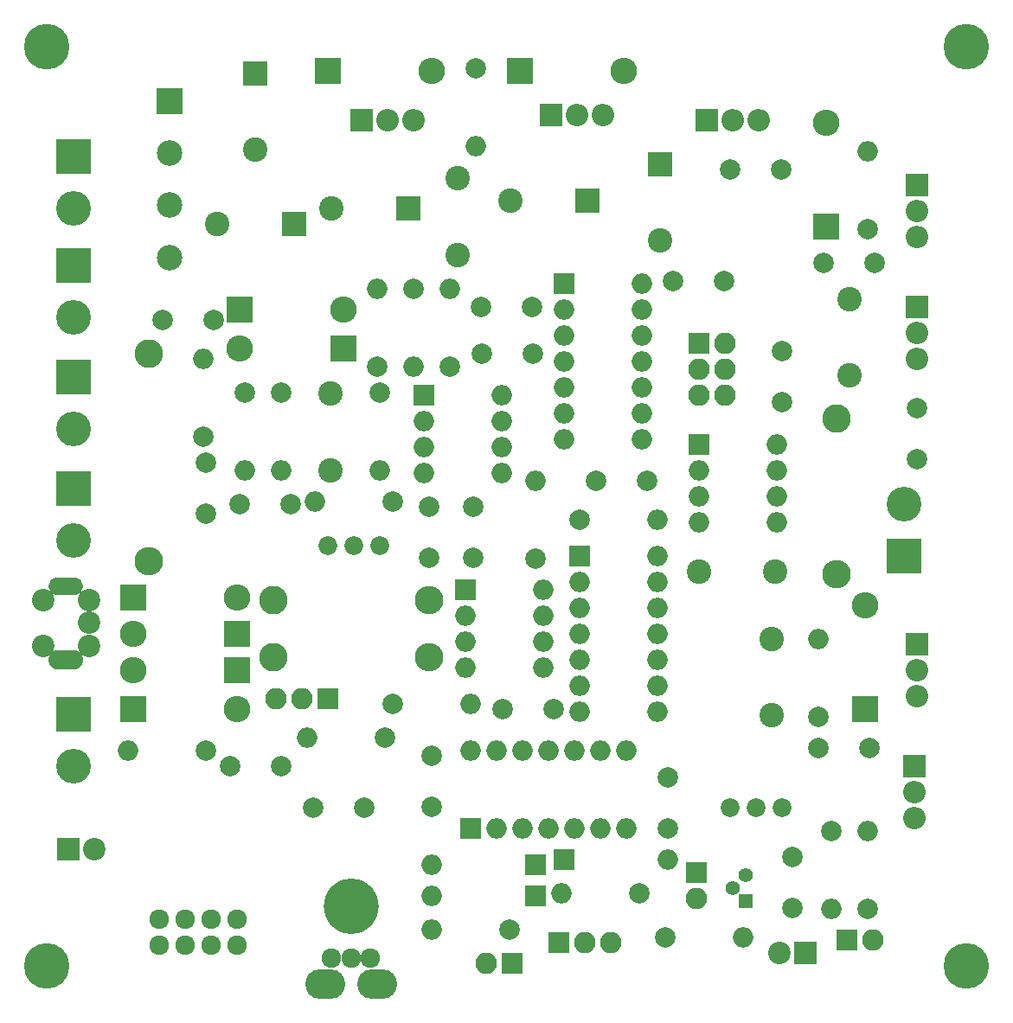
<source format=gbr>
G04 #@! TF.FileFunction,Soldermask,Bot*
%FSLAX46Y46*%
G04 Gerber Fmt 4.6, Leading zero omitted, Abs format (unit mm)*
G04 Created by KiCad (PCBNEW 4.0.7) date 04/20/18 10:23:05*
%MOMM*%
%LPD*%
G01*
G04 APERTURE LIST*
%ADD10C,0.100000*%
%ADD11O,3.900000X2.900000*%
%ADD12C,1.924000*%
%ADD13O,5.400000X5.400000*%
%ADD14C,2.000000*%
%ADD15O,2.000000X2.000000*%
%ADD16R,2.000000X2.000000*%
%ADD17C,2.400000*%
%ADD18C,1.840000*%
%ADD19R,2.400000X2.400000*%
%ADD20R,2.200000X2.200000*%
%ADD21C,2.200000*%
%ADD22R,3.400000X3.400000*%
%ADD23C,3.400000*%
%ADD24O,2.200000X2.200000*%
%ADD25R,2.500000X2.500000*%
%ADD26C,2.500000*%
%ADD27R,2.600000X2.600000*%
%ADD28O,2.600000X2.600000*%
%ADD29C,2.800000*%
%ADD30O,2.800000X2.800000*%
%ADD31R,2.100000X2.100000*%
%ADD32O,2.100000X2.100000*%
%ADD33C,1.400000*%
%ADD34R,1.400000X1.400000*%
%ADD35C,4.464000*%
%ADD36O,3.400000X1.700000*%
%ADD37O,3.400000X1.900000*%
G04 APERTURE END LIST*
D10*
D11*
X82296000Y-141732000D03*
D12*
X77856000Y-139192000D03*
X79756000Y-139192000D03*
X81656000Y-139192000D03*
D11*
X77216000Y-141732000D03*
D13*
X79756000Y-134112000D03*
D14*
X83058000Y-117602000D03*
D15*
X75438000Y-117602000D03*
D16*
X86868000Y-84074000D03*
D15*
X94488000Y-91694000D03*
X86868000Y-86614000D03*
X94488000Y-89154000D03*
X86868000Y-89154000D03*
X94488000Y-86614000D03*
X86868000Y-91694000D03*
X94488000Y-84074000D03*
D14*
X102108000Y-96266000D03*
D15*
X109728000Y-96266000D03*
D12*
X68580000Y-135382000D03*
X66040000Y-135382000D03*
X63500000Y-135382000D03*
X60960000Y-135382000D03*
X60960000Y-137922000D03*
X63500000Y-137922000D03*
X66040000Y-137922000D03*
X68580000Y-137922000D03*
D14*
X125476000Y-118618000D03*
X130476000Y-118618000D03*
D17*
X120904000Y-107950000D03*
X120904000Y-115450000D03*
D18*
X121920000Y-124460000D03*
X119380000Y-124460000D03*
X116840000Y-124460000D03*
D16*
X113792000Y-88900000D03*
D15*
X121412000Y-96520000D03*
X113792000Y-91440000D03*
X121412000Y-93980000D03*
X113792000Y-93980000D03*
X121412000Y-91440000D03*
X113792000Y-96520000D03*
X121412000Y-88900000D03*
D19*
X70358000Y-52578000D03*
D17*
X70358000Y-60078000D03*
D19*
X85344000Y-65786000D03*
D17*
X77844000Y-65786000D03*
D19*
X74168000Y-67310000D03*
D17*
X66668000Y-67310000D03*
D19*
X102870000Y-65024000D03*
D17*
X95370000Y-65024000D03*
D19*
X109982000Y-61468000D03*
D17*
X109982000Y-68968000D03*
D20*
X52070000Y-128524000D03*
D21*
X54610000Y-128524000D03*
D22*
X52578000Y-71374000D03*
D23*
X52578000Y-76454000D03*
D22*
X52578000Y-60706000D03*
D23*
X52578000Y-65786000D03*
D14*
X91948000Y-52070000D03*
D15*
X91948000Y-59690000D03*
D14*
X65532000Y-118872000D03*
D15*
X57912000Y-118872000D03*
D20*
X80772000Y-57150000D03*
D24*
X83312000Y-57150000D03*
X85852000Y-57150000D03*
D20*
X99314000Y-56642000D03*
D24*
X101854000Y-56642000D03*
X104394000Y-56642000D03*
D20*
X114554000Y-57150000D03*
D24*
X117094000Y-57150000D03*
X119634000Y-57150000D03*
D25*
X61976000Y-55312000D03*
D26*
X61976000Y-60412000D03*
X61976000Y-70612000D03*
X61976000Y-65512000D03*
D22*
X52578000Y-82296000D03*
D23*
X52578000Y-87376000D03*
D22*
X52578000Y-93218000D03*
D23*
X52578000Y-98298000D03*
D14*
X65278000Y-88138000D03*
D15*
X65278000Y-80518000D03*
D14*
X82296000Y-81280000D03*
D15*
X82296000Y-73660000D03*
D14*
X72898000Y-83820000D03*
D15*
X72898000Y-91440000D03*
D14*
X85852000Y-73660000D03*
D15*
X85852000Y-81280000D03*
D14*
X82550000Y-83820000D03*
D15*
X82550000Y-91440000D03*
D14*
X89408000Y-81280000D03*
D15*
X89408000Y-73660000D03*
D14*
X69342000Y-83820000D03*
D15*
X69342000Y-91440000D03*
D16*
X100584000Y-73152000D03*
D15*
X108204000Y-88392000D03*
X100584000Y-75692000D03*
X108204000Y-85852000D03*
X100584000Y-78232000D03*
X108204000Y-83312000D03*
X100584000Y-80772000D03*
X108204000Y-80772000D03*
X100584000Y-83312000D03*
X108204000Y-78232000D03*
X100584000Y-85852000D03*
X108204000Y-75692000D03*
X100584000Y-88392000D03*
X108204000Y-73152000D03*
D22*
X52578000Y-115316000D03*
D23*
X52578000Y-120396000D03*
D27*
X68580000Y-110998000D03*
D28*
X58420000Y-110998000D03*
D27*
X58420000Y-114808000D03*
D28*
X68580000Y-114808000D03*
D27*
X68580000Y-107442000D03*
D28*
X58420000Y-107442000D03*
D27*
X58420000Y-103886000D03*
D28*
X68580000Y-103886000D03*
D29*
X72136000Y-104140000D03*
D30*
X87376000Y-104140000D03*
D29*
X72136000Y-109728000D03*
D30*
X87376000Y-109728000D03*
D14*
X83820000Y-94488000D03*
D15*
X76200000Y-94488000D03*
D18*
X77470000Y-98806000D03*
X80010000Y-98806000D03*
X82550000Y-98806000D03*
D16*
X90932000Y-103124000D03*
D15*
X98552000Y-110744000D03*
X90932000Y-105664000D03*
X98552000Y-108204000D03*
X90932000Y-108204000D03*
X98552000Y-105664000D03*
X90932000Y-110744000D03*
X98552000Y-103124000D03*
D27*
X68834000Y-75692000D03*
D28*
X78994000Y-75692000D03*
D27*
X78994000Y-79502000D03*
D28*
X68834000Y-79502000D03*
D14*
X95250000Y-136398000D03*
D15*
X87630000Y-136398000D03*
D14*
X116840000Y-61976000D03*
X121840000Y-61976000D03*
X66294000Y-76708000D03*
X61294000Y-76708000D03*
X97536000Y-80010000D03*
X92536000Y-80010000D03*
X72898000Y-120396000D03*
X67898000Y-120396000D03*
X81026000Y-124460000D03*
X76026000Y-124460000D03*
X91694000Y-94996000D03*
X91694000Y-99996000D03*
X87376000Y-94996000D03*
X87376000Y-99996000D03*
X68834000Y-94742000D03*
X73834000Y-94742000D03*
X65532000Y-90678000D03*
X65532000Y-95678000D03*
D17*
X77724000Y-91440000D03*
X77724000Y-83940000D03*
D14*
X92456000Y-75438000D03*
X97456000Y-75438000D03*
D31*
X113792000Y-78994000D03*
D32*
X116332000Y-78994000D03*
X113792000Y-81534000D03*
X116332000Y-81534000D03*
X113792000Y-84074000D03*
X116332000Y-84074000D03*
D14*
X97790000Y-100076000D03*
D15*
X97790000Y-92456000D03*
D14*
X111252000Y-72898000D03*
X116252000Y-72898000D03*
X108712000Y-92456000D03*
X103712000Y-92456000D03*
D16*
X102108000Y-99822000D03*
D15*
X109728000Y-115062000D03*
X102108000Y-102362000D03*
X109728000Y-112522000D03*
X102108000Y-104902000D03*
X109728000Y-109982000D03*
X102108000Y-107442000D03*
X109728000Y-107442000D03*
X102108000Y-109982000D03*
X109728000Y-104902000D03*
X102108000Y-112522000D03*
X109728000Y-102362000D03*
X102108000Y-115062000D03*
X109728000Y-99822000D03*
D14*
X99568000Y-114808000D03*
X94568000Y-114808000D03*
X83820000Y-114300000D03*
D15*
X91440000Y-114300000D03*
D14*
X87630000Y-119380000D03*
X87630000Y-124380000D03*
D16*
X97790000Y-133096000D03*
D15*
X87630000Y-133096000D03*
D16*
X100584000Y-129540000D03*
D15*
X110744000Y-129540000D03*
D16*
X97790000Y-130048000D03*
D15*
X87630000Y-130048000D03*
D14*
X107950000Y-132842000D03*
D15*
X100330000Y-132842000D03*
D16*
X91440000Y-126492000D03*
D15*
X106680000Y-118872000D03*
X93980000Y-126492000D03*
X104140000Y-118872000D03*
X96520000Y-126492000D03*
X101600000Y-118872000D03*
X99060000Y-126492000D03*
X99060000Y-118872000D03*
X101600000Y-126492000D03*
X96520000Y-118872000D03*
X104140000Y-126492000D03*
X93980000Y-118872000D03*
X106680000Y-126492000D03*
X91440000Y-118872000D03*
D14*
X110744000Y-126492000D03*
X110744000Y-121492000D03*
D31*
X113538000Y-130810000D03*
D32*
X113538000Y-133350000D03*
D17*
X90170000Y-70358000D03*
X90170000Y-62858000D03*
D14*
X125984000Y-71120000D03*
X130984000Y-71120000D03*
X130302000Y-67818000D03*
D15*
X130302000Y-60198000D03*
D14*
X125476000Y-115570000D03*
D15*
X125476000Y-107950000D03*
D22*
X133858000Y-99822000D03*
D23*
X133858000Y-94742000D03*
D29*
X127254000Y-86360000D03*
D30*
X127254000Y-101600000D03*
D14*
X122936000Y-129286000D03*
X122936000Y-134286000D03*
D33*
X117094000Y-132334000D03*
X118364000Y-131064000D03*
D34*
X118364000Y-133604000D03*
D14*
X121920000Y-79756000D03*
X121920000Y-84756000D03*
X130302000Y-134366000D03*
D15*
X130302000Y-126746000D03*
D14*
X126746000Y-126746000D03*
D15*
X126746000Y-134366000D03*
D35*
X50000000Y-50000000D03*
X140000000Y-50000000D03*
X140000000Y-140000000D03*
X50000000Y-140000000D03*
D20*
X135128000Y-63500000D03*
D24*
X135128000Y-66040000D03*
X135128000Y-68580000D03*
D20*
X135128000Y-75438000D03*
D24*
X135128000Y-77978000D03*
X135128000Y-80518000D03*
D20*
X135128000Y-108458000D03*
D24*
X135128000Y-110998000D03*
X135128000Y-113538000D03*
D20*
X134874000Y-120396000D03*
D24*
X134874000Y-122936000D03*
X134874000Y-125476000D03*
D17*
X128524000Y-74676000D03*
X128524000Y-82176000D03*
D14*
X135128000Y-85344000D03*
X135128000Y-90344000D03*
D17*
X113792000Y-101346000D03*
X121292000Y-101346000D03*
D21*
X54102000Y-104140000D03*
X54102000Y-106388000D03*
X54102000Y-108636000D03*
X49606000Y-104140000D03*
X49606000Y-108636000D03*
D36*
X51854000Y-102770000D03*
D37*
X51854000Y-110010000D03*
D20*
X124206000Y-138684000D03*
D21*
X121666000Y-138684000D03*
D14*
X110490000Y-137160000D03*
D15*
X118110000Y-137160000D03*
D31*
X77470000Y-113792000D03*
D32*
X74930000Y-113792000D03*
X72390000Y-113792000D03*
D31*
X95504000Y-139700000D03*
D32*
X92964000Y-139700000D03*
D31*
X100076000Y-137668000D03*
D32*
X102616000Y-137668000D03*
X105156000Y-137668000D03*
D27*
X77470000Y-52324000D03*
D28*
X87630000Y-52324000D03*
D27*
X96266000Y-52324000D03*
D28*
X106426000Y-52324000D03*
D27*
X126238000Y-67564000D03*
D28*
X126238000Y-57404000D03*
D27*
X130048000Y-114808000D03*
D28*
X130048000Y-104648000D03*
D29*
X59944000Y-80010000D03*
D30*
X59944000Y-100330000D03*
D31*
X128270000Y-137414000D03*
D32*
X130810000Y-137414000D03*
M02*

</source>
